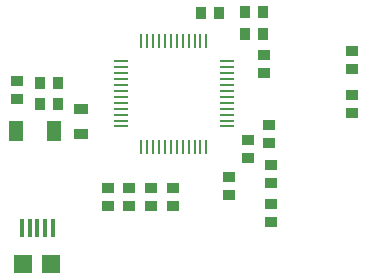
<source format=gtp>
G04*
G04 #@! TF.GenerationSoftware,Altium Limited,Altium Designer,19.0.15 (446)*
G04*
G04 Layer_Color=8421504*
%FSLAX24Y24*%
%MOIN*%
G70*
G01*
G75*
%ADD15R,0.0354X0.0394*%
%ADD16R,0.0472X0.0098*%
%ADD17R,0.0098X0.0472*%
%ADD18R,0.0472X0.0098*%
%ADD19R,0.0098X0.0472*%
%ADD20R,0.0394X0.0354*%
%ADD21R,0.0512X0.0354*%
%ADD22R,0.0472X0.0709*%
%ADD23R,0.0591X0.0591*%
%ADD24R,0.0157X0.0630*%
D15*
X12062Y8880D02*
D03*
X11452D02*
D03*
X13531Y8188D02*
D03*
X12931D02*
D03*
X13531Y8909D02*
D03*
X12931D02*
D03*
X6081Y5831D02*
D03*
X6681D02*
D03*
X6700Y6550D02*
D03*
X6100D02*
D03*
D16*
X12322Y5289D02*
D03*
Y5092D02*
D03*
Y5486D02*
D03*
Y5683D02*
D03*
Y7258D02*
D03*
Y7061D02*
D03*
Y6864D02*
D03*
Y6667D02*
D03*
Y5880D02*
D03*
X12322Y6076D02*
D03*
X12322Y6470D02*
D03*
X12322Y6273D02*
D03*
D17*
X11633Y4403D02*
D03*
X11239D02*
D03*
X11042Y4403D02*
D03*
X10845D02*
D03*
X10649Y4403D02*
D03*
X10451Y4403D02*
D03*
X10255Y4403D02*
D03*
X10058Y4403D02*
D03*
X9861Y4403D02*
D03*
X9664D02*
D03*
X9467Y4403D02*
D03*
X11436D02*
D03*
D18*
X8778Y5092D02*
D03*
X8778Y5289D02*
D03*
X8778Y5486D02*
D03*
Y5683D02*
D03*
Y5880D02*
D03*
X8778Y6076D02*
D03*
X8778Y6273D02*
D03*
Y6470D02*
D03*
X8778Y6864D02*
D03*
Y7061D02*
D03*
X8778Y7258D02*
D03*
Y6667D02*
D03*
D19*
X9467Y7946D02*
D03*
X9664Y7946D02*
D03*
X9861D02*
D03*
X10058Y7946D02*
D03*
X10255D02*
D03*
X10452Y7946D02*
D03*
X11633Y7946D02*
D03*
X11436Y7946D02*
D03*
X11239D02*
D03*
X11042Y7946D02*
D03*
X10649D02*
D03*
X10845Y7946D02*
D03*
D20*
X13546Y7459D02*
D03*
Y6859D02*
D03*
X13007Y4052D02*
D03*
Y4652D02*
D03*
X13729Y5132D02*
D03*
Y4532D02*
D03*
X16473Y7000D02*
D03*
Y7600D02*
D03*
X16476Y6150D02*
D03*
Y5550D02*
D03*
X13771Y3796D02*
D03*
Y3196D02*
D03*
X13800Y1910D02*
D03*
Y2510D02*
D03*
X5322Y6605D02*
D03*
Y5995D02*
D03*
X9787Y3050D02*
D03*
Y2450D02*
D03*
X8349Y3050D02*
D03*
Y2450D02*
D03*
X9068Y3050D02*
D03*
Y2450D02*
D03*
X10521Y3050D02*
D03*
Y2450D02*
D03*
X12381Y3400D02*
D03*
Y2800D02*
D03*
D21*
X7468Y4850D02*
D03*
Y5677D02*
D03*
D22*
X5281Y4942D02*
D03*
X6541D02*
D03*
D23*
X6468Y491D02*
D03*
X5523D02*
D03*
D24*
X5483Y1709D02*
D03*
X5739D02*
D03*
X5995D02*
D03*
X6251D02*
D03*
X6507D02*
D03*
M02*

</source>
